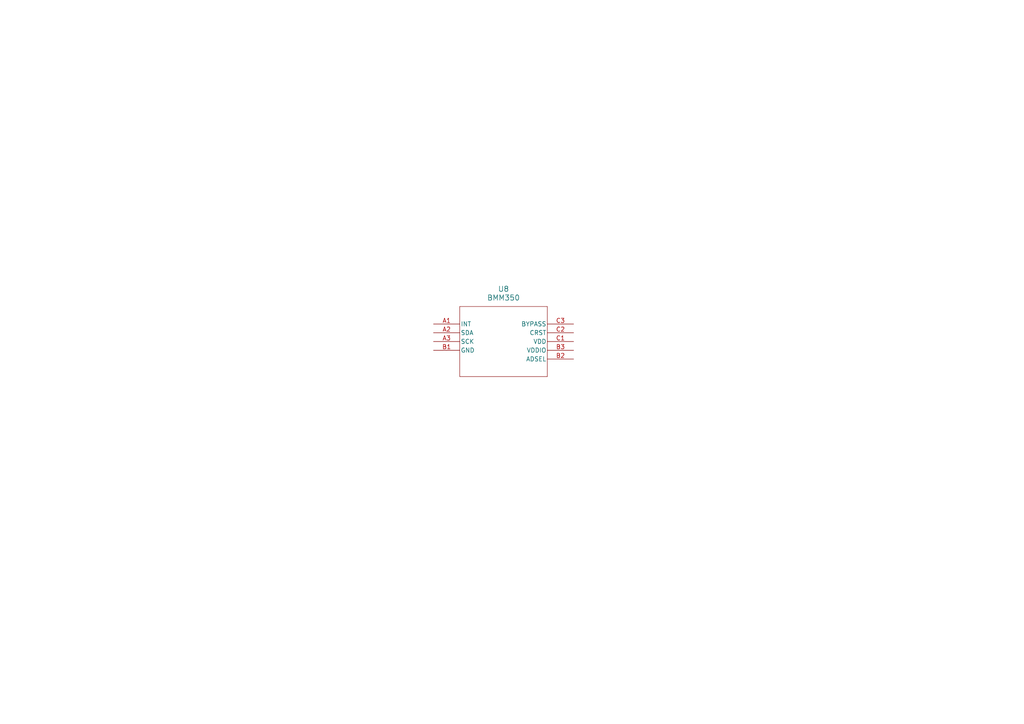
<source format=kicad_sch>
(kicad_sch (version 20231120) (generator "eeschema") (generator_version "8.0")
  (paper "A4")
  (lib_symbols
    (symbol "BMM350:BMM350" (pin_names (offset 0.254))
      (property "Reference" "U" (at 20.32 10.16 0))
      (property "Value" "BMM350" (at 20.32 7.62 0))
      (symbol "BMM350_0_1"
        (polyline (pts (xy 7.62 -15.24) (xy 33.02 -15.24)) (stroke (width 0.127)))
        (polyline (pts (xy 7.62 5.08) (xy 7.62 -15.24)) (stroke (width 0.127)))
        (polyline (pts (xy 33.02 -15.24) (xy 33.02 5.08)) (stroke (width 0.127)))
        (polyline (pts (xy 33.02 5.08) (xy 7.62 5.08)) (stroke (width 0.127)))
        (pin input line (at 0 0 0) (length 7.62) (name "INT") (number "A1"))
        (pin unspecified line (at 0 -2.54 0) (length 7.62) (name "SDA") (number "A2"))
        (pin unspecified line (at 0 -5.08 0) (length 7.62) (name "SCK") (number "A3"))
        (pin power_out line (at 0 -7.62 0) (length 7.62) (name "GND") (number "B1"))
        (pin unspecified line (at 40.64 -10.16 180) (length 7.62) (name "ADSEL") (number "B2"))
        (pin power_in line (at 40.64 -7.62 180) (length 7.62) (name "VDDIO") (number "B3"))
        (pin power_in line (at 40.64 -5.08 180) (length 7.62) (name "VDD") (number "C1"))
        (pin unspecified line (at 40.64 -2.54 180) (length 7.62) (name "CRST") (number "C2"))
        (pin power_out line (at 40.64 0 180) (length 7.62) (name "BYPASS") (number "C3"))
      )
    )
  )
  (symbol (lib_id "BMM350:BMM350") (at 125.73 93.98 0) (unit 1)
    (property "Reference" "U8" (at 146.05 83.82 0) (effects (font (size 1.524 1.524))))
    (property "Value" "BMM350" (at 146.05 86.36 0) (effects (font (size 1.524 1.524))))
    (property "Footprint" "BGA9_BMM350_BOS" (effects (hide yes)))
    (property "Datasheet" "BMM350" (effects (hide yes)))
  )
)
</source>
